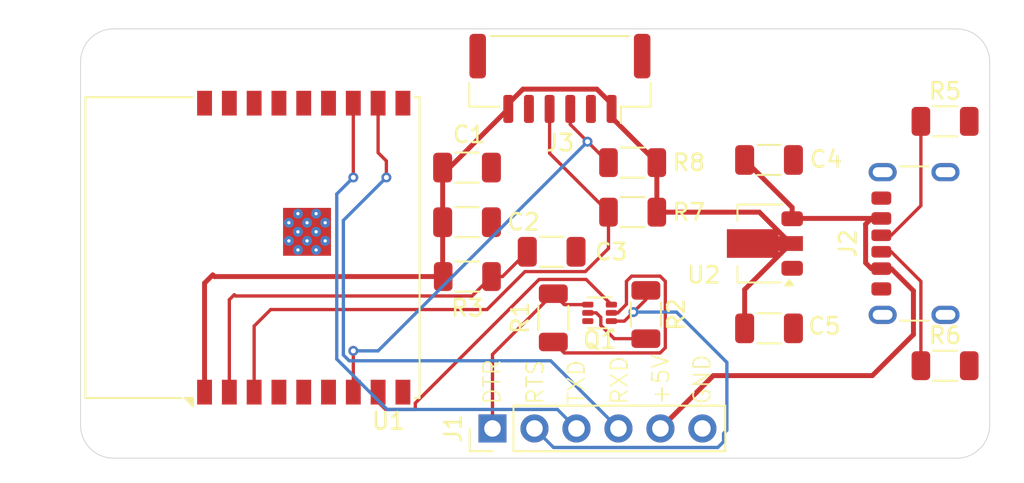
<source format=kicad_pcb>
(kicad_pcb (version 20241229) (generator "pcbnew") (generator_version "9.0")
  (layers (0 "F.Cu" signal) (2 "B.Cu" signal) (13 "F.Paste" user) (15 "B.Paste" user) (5 "F.SilkS" user "F.Silkscreen") (7 "B.SilkS" user "B.Silkscreen") (1 "F.Mask" user) (3 "B.Mask" user) (25 "Edge.Cuts" user))
  (net 0 "")
  (net 1 "GND")
  (net 2 "+3.3V")
  (net 3 "/CHIP_PU")
  (net 4 "+5V")
  (net 5 "/RTS")
  (net 6 "/TXD")
  (net 7 "/RXD")
  (net 8 "/DTR")
  (net 9 "Net-(J2-CC1)")
  (net 10 "Net-(J2-CC2)")
  (net 11 "/SDA")
  (net 12 "/SCL")
  (net 13 "Net-(Q1A-B1)")
  (net 14 "Net-(Q1B-B2)")
  (net 15 "/GPIO9")
  (footprint "Package_TO_SOT_SMD:SOT-89-3" (layer "F.Cu") (at 131.1 73 180)
    (property "Reference" "U2" (at 3.4 -1.9 0) (layer "F.SilkS"))
    (property "Value" "AZ1117-3.3")
    (fp_line (start 1.36 2.36) (end -1.36 2.36) (stroke (width 0.12)) (layer "F.SilkS"))
    (fp_line (start 1.36 1.38) (end 1.36 2.36) (stroke (width 0.12)) (layer "F.SilkS"))
    (fp_line (start 1.36 -1.38) (end 1.36 -2.36) (stroke (width 0.12)) (layer "F.SilkS"))
    (fp_line (start -1.22 -2.36) (end 1.36 -2.36) (stroke (width 0.12)) (layer "F.SilkS"))
    (fp_poly (pts (xy -1.77 -2.21) (xy -2.01 -2.54) (xy -1.53 -2.54) (xy -1.77 -2.21)) (stroke (width 0.12)) (fill yes) (layer "F.SilkS"))
    (pad "1" smd roundrect (at -1.95 -1.5 180) (size 1.3 0.9) (layers "F.Cu" "F.Mask" "F.Paste") (net 1 "GND"))
    (pad "2" smd custom (at -1.8625 0 180) (size 1.475 0.9) (layers "F.Cu" "F.Mask" "F.Paste") (net 2 "+3.3V") (options (clearance outline) (anchor rect)) (primitives (gr_poly (pts (xy 3.8625 0.8665) (xy 0.7375 0.8665) (xy 0.7375 -0.8665) (xy 3.8625 -0.8665)) (width 0) (fill yes))))
    (pad "3" smd roundrect (at -1.95 1.5 180) (size 1.3 0.9) (layers "F.Cu" "F.Mask" "F.Paste") (net 4 "+5V"))
  )
  (footprint "Package_TO_SOT_SMD:SOT-563" (layer "F.Cu") (at 121.4 77.2 180)
    (property "Reference" "Q1" (at 0 -1.65 0) (layer "F.SilkS"))
    (property "Value" "GSBC847BV")
    (fp_line (start 0.71 0.935) (end -0.71 0.935) (stroke (width 0.12)) (layer "F.SilkS"))
    (fp_line (start -0.425568 -0.935) (end 0.71 -0.935) (stroke (width 0.12)) (layer "F.SilkS"))
    (fp_poly (pts (xy -0.72 -0.94) (xy -0.86 -1.13) (xy -0.58 -1.13)) (stroke (width 0.12)) (fill yes) (layer "F.SilkS"))
    (pad "1" smd roundrect (at -0.7125 -0.5 180) (size 0.675 0.35) (layers "F.Cu" "F.Mask" "F.Paste") (net 5 "/RTS"))
    (pad "2" smd roundrect (at -0.7125 0 180) (size 0.675 0.35) (layers "F.Cu" "F.Mask" "F.Paste") (net 13 "Net-(Q1A-B1)"))
    (pad "3" smd roundrect (at -0.7125 0.5 180) (size 0.675 0.35) (layers "F.Cu" "F.Mask" "F.Paste") (net 15 "/GPIO9"))
    (pad "4" smd roundrect (at 0.7125 0.5 180) (size 0.675 0.35) (layers "F.Cu" "F.Mask" "F.Paste") (net 8 "/DTR"))
    (pad "5" smd roundrect (at 0.7125 0 180) (size 0.675 0.35) (layers "F.Cu" "F.Mask" "F.Paste") (net 14 "Net-(Q1B-B2)"))
    (pad "6" smd roundrect (at 0.7125 -0.5 180) (size 0.675 0.35) (layers "F.Cu" "F.Mask" "F.Paste") (net 3 "/CHIP_PU"))
  )
  (footprint "RF_Module:ESP32-C3-WROOM-02" (layer "F.Cu") (at 103.5 73.25 90)
    (property "Reference" "U1" (at -10.5 5.13 0) (layer "F.SilkS"))
    (property "Value" "ESP32-C3-WROOM-02")
    (fp_line (start 9.11 -13.21) (end 9.11 -6.71) (stroke (width 0.12)) (layer "F.SilkS"))
    (fp_line (start -9.11 -13.21) (end 9.11 -13.21) (stroke (width 0.12)) (layer "F.SilkS"))
    (fp_line (start -9.11 -13.21) (end -9.11 -7.4) (stroke (width 0.12)) (layer "F.SilkS"))
    (fp_line (start 9.11 6.71) (end 9.11 7.01) (stroke (width 0.12)) (layer "F.SilkS"))
    (fp_line (start -9.11 6.71) (end -9.11 7.01) (stroke (width 0.12)) (layer "F.SilkS"))
    (fp_line (start -9.11 7.01) (end 9.11 7.01) (stroke (width 0.12)) (layer "F.SilkS"))
    (fp_poly (pts (xy -9.1 -6.7) (xy -9.6 -6.7) (xy -9.1 -7.2) (xy -9.1 -6.7)) (stroke (width 0.12)) (fill yes) (layer "F.SilkS"))
    (pad "1" smd rect (at -8.75 -6 90) (size 1.5 0.9) (layers "F.Cu" "F.Mask" "F.Paste") (net 2 "+3.3V"))
    (pad "2" smd rect (at -8.75 -4.5 90) (size 1.5 0.9) (layers "F.Cu" "F.Mask" "F.Paste") (net 3 "/CHIP_PU"))
    (pad "3" smd rect (at -8.75 -3 90) (size 1.5 0.9) (layers "F.Cu" "F.Mask" "F.Paste") (net 12 "/SCL"))
    (pad "4" smd rect (at -8.75 -1.5 90) (size 1.5 0.9) (layers "F.Cu" "F.Mask" "F.Paste"))
    (pad "5" smd rect (at -8.75 0 90) (size 1.5 0.9) (layers "F.Cu" "F.Mask" "F.Paste"))
    (pad "6" smd rect (at -8.75 1.5 90) (size 1.5 0.9) (layers "F.Cu" "F.Mask" "F.Paste"))
    (pad "7" smd rect (at -8.75 3 90) (size 1.5 0.9) (layers "F.Cu" "F.Mask" "F.Paste") (net 11 "/SDA"))
    (pad "8" smd rect (at -8.75 4.5 90) (size 1.5 0.9) (layers "F.Cu" "F.Mask" "F.Paste") (net 15 "/GPIO9"))
    (pad "9" smd rect (at -8.75 6 90) (size 1.5 0.9) (layers "F.Cu" "F.Mask" "F.Paste") (net 1 "GND"))
    (pad "10" smd rect (at 8.75 6 90) (size 1.5 0.9) (layers "F.Cu" "F.Mask" "F.Paste"))
    (pad "11" smd rect (at 8.75 4.5 90) (size 1.5 0.9) (layers "F.Cu" "F.Mask" "F.Paste") (net 7 "/RXD"))
    (pad "12" smd rect (at 8.75 3 90) (size 1.5 0.9) (layers "F.Cu" "F.Mask" "F.Paste") (net 6 "/TXD"))
    (pad "13" smd rect (at 8.75 1.5 90) (size 1.5 0.9) (layers "F.Cu" "F.Mask" "F.Paste"))
    (pad "14" smd rect (at 8.75 0 90) (size 1.5 0.9) (layers "F.Cu" "F.Mask" "F.Paste"))
    (pad "15" smd rect (at 8.75 -1.5 90) (size 1.5 0.9) (layers "F.Cu" "F.Mask" "F.Paste"))
    (pad "16" smd rect (at 8.75 -3 90) (size 1.5 0.9) (layers "F.Cu" "F.Mask" "F.Paste"))
    (pad "17" smd rect (at 8.75 -4.5 90) (size 1.5 0.9) (layers "F.Cu" "F.Mask" "F.Paste"))
    (pad "18" smd rect (at 8.75 -6 90) (size 1.5 0.9) (layers "F.Cu" "F.Mask" "F.Paste"))
    (pad "19" thru_hole circle (at -0.14 -0.35 90) (size 0.6 0.6) (drill 0.2) (property pad_prop_heatsink) (layers "*.Cu" "F.Mask") (net 1 "GND"))
    (pad "19" thru_hole circle (at -0.14 0.75 90) (size 0.6 0.6) (drill 0.2) (property pad_prop_heatsink) (layers "*.Cu" "F.Mask") (net 1 "GND"))
    (pad "19" thru_hole circle (at 0.41 -0.9 90) (size 0.6 0.6) (drill 0.2) (property pad_prop_heatsink) (layers "*.Cu" "F.Mask") (net 1 "GND"))
    (pad "19" thru_hole circle (at 0.41 0.2 90) (size 0.6 0.6) (drill 0.2) (property pad_prop_heatsink) (layers "*.Cu" "F.Mask") (net 1 "GND"))
    (pad "19" thru_hole circle (at 0.41 1.3 90) (size 0.6 0.6) (drill 0.2) (property pad_prop_heatsink) (layers "*.Cu" "F.Mask") (net 1 "GND"))
    (pad "19" thru_hole circle (at 0.96 -0.35 90) (size 0.6 0.6) (drill 0.2) (property pad_prop_heatsink) (layers "*.Cu" "F.Mask") (net 1 "GND"))
    (pad "19" smd rect (at 0.96 0.2 90) (size 2.9 2.9) (property pad_prop_heatsink) (layers "F.Cu" "F.Mask") (net 1 "GND"))
    (pad "19" thru_hole circle (at 0.96 0.75 90) (size 0.6 0.6) (drill 0.2) (property pad_prop_heatsink) (layers "*.Cu" "F.Mask") (net 1 "GND"))
    (pad "19" thru_hole circle (at 1.51 -0.9 90) (size 0.6 0.6) (drill 0.2) (property pad_prop_heatsink) (layers "*.Cu" "F.Mask") (net 1 "GND"))
    (pad "19" thru_hole circle (at 1.51 0.2 90) (size 0.6 0.6) (drill 0.2) (property pad_prop_heatsink) (layers "*.Cu" "F.Mask") (net 1 "GND"))
    (pad "19" thru_hole circle (at 1.51 1.3 90) (size 0.6 0.6) (drill 0.2) (property pad_prop_heatsink) (layers "*.Cu" "F.Mask") (net 1 "GND"))
    (pad "19" thru_hole circle (at 2.06 -0.35 90) (size 0.6 0.6) (drill 0.2) (property pad_prop_heatsink) (layers "*.Cu" "F.Mask") (net 1 "GND"))
    (pad "19" thru_hole circle (at 2.06 0.75 90) (size 0.6 0.6) (drill 0.2) (property pad_prop_heatsink) (layers "*.Cu" "F.Mask") (net 1 "GND"))
  )
  (footprint "Resistor_SMD:R_1206_3216Metric" (layer "F.Cu") (at 113.4 75)
    (property "Reference" "R3" (at 0 1.9 0) (layer "F.SilkS"))
    (property "Value" "10k")
    (fp_line (start -0.727064 -0.91) (end 0.727064 -0.91) (stroke (width 0.12)) (layer "F.SilkS"))
    (fp_line (start -0.727064 0.91) (end 0.727064 0.91) (stroke (width 0.12)) (layer "F.SilkS"))
    (pad "1" smd roundrect (at -1.4625 0) (size 1.125 1.75) (layers "F.Cu" "F.Mask" "F.Paste") (roundrect_rratio 0.222222) (net 2 "+3.3V"))
    (pad "2" smd roundrect (at 1.4625 0) (size 1.125 1.75) (layers "F.Cu" "F.Mask" "F.Paste") (roundrect_rratio 0.222222) (net 3 "/CHIP_PU"))
  )
  (footprint "Resistor_SMD:R_1206_3216Metric" (layer "F.Cu") (at 118.6 77.5 -90)
    (property "Reference" "R1" (at 0 2 90) (layer "F.SilkS"))
    (property "Value" "10k")
    (fp_line (start -0.727064 0.91) (end 0.727064 0.91) (stroke (width 0.12)) (layer "F.SilkS"))
    (fp_line (start -0.727064 -0.91) (end 0.727064 -0.91) (stroke (width 0.12)) (layer "F.SilkS"))
    (pad "1" smd roundrect (at -1.4625 0 270) (size 1.125 1.75) (layers "F.Cu" "F.Mask" "F.Paste") (roundrect_rratio 0.222222) (net 8 "/DTR"))
    (pad "2" smd roundrect (at 1.4625 0 270) (size 1.125 1.75) (layers "F.Cu" "F.Mask" "F.Paste") (roundrect_rratio 0.222222) (net 13 "Net-(Q1A-B1)"))
  )
  (footprint "Capacitor_SMD:C_1206_3216Metric" (layer "F.Cu") (at 113.38 71.71)
    (property "Reference" "C2" (at 3.42 -0.01 0) (layer "F.SilkS"))
    (property "Value" "10uf")
    (fp_line (start -0.711252 -0.91) (end 0.711252 -0.91) (stroke (width 0.12)) (layer "F.SilkS"))
    (fp_line (start -0.711252 0.91) (end 0.711252 0.91) (stroke (width 0.12)) (layer "F.SilkS"))
    (pad "1" smd roundrect (at -1.475 0) (size 1.15 1.8) (layers "F.Cu" "F.Mask" "F.Paste") (roundrect_rratio 0.217391) (net 2 "+3.3V"))
    (pad "2" smd roundrect (at 1.475 0) (size 1.15 1.8) (layers "F.Cu" "F.Mask" "F.Paste") (roundrect_rratio 0.217391) (net 1 "GND"))
  )
  (footprint "Capacitor_SMD:C_1206_3216Metric" (layer "F.Cu") (at 131.65 67.9375)
    (property "Reference" "C4" (at 3.45 -0.0375 0) (layer "F.SilkS"))
    (property "Value" "10uf")
    (fp_line (start -0.711252 -0.91) (end 0.711252 -0.91) (stroke (width 0.12)) (layer "F.SilkS"))
    (fp_line (start -0.711252 0.91) (end 0.711252 0.91) (stroke (width 0.12)) (layer "F.SilkS"))
    (pad "1" smd roundrect (at -1.475 0) (size 1.15 1.8) (layers "F.Cu" "F.Mask" "F.Paste") (roundrect_rratio 0.217391) (net 4 "+5V"))
    (pad "2" smd roundrect (at 1.475 0) (size 1.15 1.8) (layers "F.Cu" "F.Mask" "F.Paste") (roundrect_rratio 0.217391) (net 1 "GND"))
  )
  (footprint "Connector_USB:USB_C_Receptacle_GCT_USB4125-xx-x_6P_TopMnt_Horizontal" (layer "F.Cu") (at 141.525 73 90)
    (property "Reference" "J2" (at 0 -5.1 90) (layer "F.SilkS"))
    (property "Value" "USB_C_Receptacle_PowerOnly_6P")
    (fp_line (start 4.67 -0.25) (end 4.67 -1.95) (stroke (width 0.12)) (layer "F.SilkS"))
    (fp_line (start -4.67 -0.25) (end -4.67 -1.95) (stroke (width 0.12)) (layer "F.SilkS"))
    (pad "A5" smd roundrect (at -0.5 -3.08 90) (size 0.7 1.2) (layers "F.Cu" "F.Mask" "F.Paste") (net 9 "Net-(J2-CC1)"))
    (pad "A9" smd roundrect (at 1.52 -3.08 270) (size 0.76 1.2) (layers "F.Cu" "F.Mask" "F.Paste") (net 4 "+5V"))
    (pad "A12" smd roundrect (at 2.75 -3.08 270) (size 0.8 1.2) (layers "F.Cu" "F.Mask" "F.Paste") (net 1 "GND"))
    (pad "B5" smd roundrect (at 0.5 -3.08 270) (size 0.7 1.2) (layers "F.Cu" "F.Mask" "F.Paste") (net 10 "Net-(J2-CC2)"))
    (pad "B9" smd roundrect (at -1.52 -3.08 90) (size 0.76 1.2) (layers "F.Cu" "F.Mask" "F.Paste") (net 4 "+5V"))
    (pad "B12" smd roundrect (at -2.75 -3.08 90) (size 0.8 1.2) (layers "F.Cu" "F.Mask" "F.Paste") (net 1 "GND"))
    (pad "S1" thru_hole oval (at -4.32 -3 90) (size 1.1 1.7) (drill oval 0.6 1.2) (property pad_prop_heatsink) (layers "*.Cu" "*.Mask" "F.Paste") (net 1 "GND"))
    (pad "S1" thru_hole oval (at -4.32 0.8 90) (size 1.1 1.7) (drill oval 0.6 1.2) (property pad_prop_heatsink) (layers "*.Cu" "*.Mask" "F.Paste") (net 1 "GND"))
    (pad "S1" thru_hole oval (at 4.32 -3 90) (size 1.1 1.7) (drill oval 0.6 1.2) (property pad_prop_heatsink) (layers "*.Cu" "*.Mask" "F.Paste") (net 1 "GND"))
    (pad "S1" thru_hole oval (at 4.32 0.8 90) (size 1.1 1.7) (drill oval 0.6 1.2) (property pad_prop_heatsink) (layers "*.Cu" "*.Mask" "F.Paste") (net 1 "GND"))
  )
  (footprint "Connector_PinHeader_2.54mm:PinHeader_1x06_P2.54mm_Vertical" (layer "F.Cu") (at 114.92 84.2 90)
    (property "Reference" "J1" (at 0 -2.38 90) (layer "F.SilkS"))
    (property "Value" "Program")
    (fp_line (start -1.38 -1.38) (end 0 -1.38) (stroke (width 0.12)) (layer "F.SilkS"))
    (fp_line (start -1.38 0) (end -1.38 -1.38) (stroke (width 0.12)) (layer "F.SilkS"))
    (fp_line (start 1.38 1.27) (end 1.38 14.08) (stroke (width 0.12)) (layer "F.SilkS"))
    (fp_line (start -1.38 1.27) (end 1.38 1.27) (stroke (width 0.12)) (layer "F.SilkS"))
    (fp_line (start -1.38 1.27) (end -1.38 14.08) (stroke (width 0.12)) (layer "F.SilkS"))
    (fp_line (start -1.38 14.08) (end 1.38 14.08) (stroke (width 0.12)) (layer "F.SilkS"))
    (pad "1" thru_hole rect (at 0 0 90) (size 1.7 1.7) (drill 1) (layers "*.Cu" "*.Mask") (net 8 "/DTR"))
    (pad "2" thru_hole circle (at 0 2.54 90) (size 1.7 1.7) (drill 1) (layers "*.Cu" "*.Mask") (net 5 "/RTS"))
    (pad "3" thru_hole circle (at 0 5.08 90) (size 1.7 1.7) (drill 1) (layers "*.Cu" "*.Mask") (net 6 "/TXD"))
    (pad "4" thru_hole circle (at 0 7.62 90) (size 1.7 1.7) (drill 1) (layers "*.Cu" "*.Mask") (net 7 "/RXD"))
    (pad "5" thru_hole circle (at 0 10.16 90) (size 1.7 1.7) (drill 1) (layers "*.Cu" "*.Mask") (net 4 "+5V"))
    (pad "6" thru_hole circle (at 0 12.7 90) (size 1.7 1.7) (drill 1) (layers "*.Cu" "*.Mask") (net 1 "GND"))
  )
  (footprint "Capacitor_SMD:C_1206_3216Metric" (layer "F.Cu") (at 131.65 78.1375)
    (property "Reference" "C5" (at 3.35 -0.1375 0) (layer "F.SilkS"))
    (property "Value" "22uf")
    (fp_line (start -0.711252 -0.91) (end 0.711252 -0.91) (stroke (width 0.12)) (layer "F.SilkS"))
    (fp_line (start -0.711252 0.91) (end 0.711252 0.91) (stroke (width 0.12)) (layer "F.SilkS"))
    (pad "1" smd roundrect (at -1.475 0) (size 1.15 1.8) (layers "F.Cu" "F.Mask" "F.Paste") (roundrect_rratio 0.217391) (net 2 "+3.3V"))
    (pad "2" smd roundrect (at 1.475 0) (size 1.15 1.8) (layers "F.Cu" "F.Mask" "F.Paste") (roundrect_rratio 0.217391) (net 1 "GND"))
  )
  (footprint "Resistor_SMD:R_1206_3216Metric" (layer "F.Cu") (at 142.3 65.6)
    (property "Reference" "R5" (at 0 -1.83 0) (layer "F.SilkS"))
    (property "Value" "5.1k")
    (fp_line (start -0.727064 -0.91) (end 0.727064 -0.91) (stroke (width 0.12)) (layer "F.SilkS"))
    (fp_line (start -0.727064 0.91) (end 0.727064 0.91) (stroke (width 0.12)) (layer "F.SilkS"))
    (pad "1" smd roundrect (at -1.4625 0) (size 1.125 1.75) (layers "F.Cu" "F.Mask" "F.Paste") (roundrect_rratio 0.222222) (net 10 "Net-(J2-CC2)"))
    (pad "2" smd roundrect (at 1.4625 0) (size 1.125 1.75) (layers "F.Cu" "F.Mask" "F.Paste") (roundrect_rratio 0.222222) (net 1 "GND"))
  )
  (footprint "Capacitor_SMD:C_1206_3216Metric" (layer "F.Cu") (at 113.38 68.4)
    (property "Reference" "C1" (at 0.12 -2 0) (layer "F.SilkS"))
    (property "Value" "0.1uF")
    (fp_line (start -0.711252 -0.91) (end 0.711252 -0.91) (stroke (width 0.12)) (layer "F.SilkS"))
    (fp_line (start -0.711252 0.91) (end 0.711252 0.91) (stroke (width 0.12)) (layer "F.SilkS"))
    (pad "1" smd roundrect (at -1.475 0) (size 1.15 1.8) (layers "F.Cu" "F.Mask" "F.Paste") (roundrect_rratio 0.217391) (net 2 "+3.3V"))
    (pad "2" smd roundrect (at 1.475 0) (size 1.15 1.8) (layers "F.Cu" "F.Mask" "F.Paste") (roundrect_rratio 0.217391) (net 1 "GND"))
  )
  (footprint "Resistor_SMD:R_1206_3216Metric" (layer "F.Cu") (at 123.4 71.1)
    (property "Reference" "R7" (at 3.4 0 0) (layer "F.SilkS"))
    (property "Value" "10k")
    (fp_line (start -0.727064 -0.91) (end 0.727064 -0.91) (stroke (width 0.12)) (layer "F.SilkS"))
    (fp_line (start -0.727064 0.91) (end 0.727064 0.91) (stroke (width 0.12)) (layer "F.SilkS"))
    (pad "1" smd roundrect (at -1.4625 0) (size 1.125 1.75) (layers "F.Cu" "F.Mask" "F.Paste") (roundrect_rratio 0.222222) (net 12 "/SCL"))
    (pad "2" smd roundrect (at 1.4625 0) (size 1.125 1.75) (layers "F.Cu" "F.Mask" "F.Paste") (roundrect_rratio 0.222222) (net 2 "+3.3V"))
  )
  (footprint "Resistor_SMD:R_1206_3216Metric" (layer "F.Cu") (at 124.2 77.3 -90)
    (property "Reference" "R2" (at 0 -1.83 90) (layer "F.SilkS"))
    (property "Value" "10k")
    (fp_line (start -0.727064 0.91) (end 0.727064 0.91) (stroke (width 0.12)) (layer "F.SilkS"))
    (fp_line (start -0.727064 -0.91) (end 0.727064 -0.91) (stroke (width 0.12)) (layer "F.SilkS"))
    (pad "1" smd roundrect (at -1.4625 0 270) (size 1.125 1.75) (layers "F.Cu" "F.Mask" "F.Paste") (roundrect_rratio 0.222222) (net 5 "/RTS"))
    (pad "2" smd roundrect (at 1.4625 0 270) (size 1.125 1.75) (layers "F.Cu" "F.Mask" "F.Paste") (roundrect_rratio 0.222222) (net 14 "Net-(Q1B-B2)"))
  )
  (footprint "Connector_JST:JST_GH_SM06B-GHS-TB_1x06-1MP_P1.25mm_Horizontal" (layer "F.Cu") (at 119 63 180)
    (property "Reference" "J3" (at 0 -3.9 0) (layer "F.SilkS"))
    (property "Value" "SEN66")
    (fp_line (start 5.485 -0.26) (end 5.485 -1.71) (stroke (width 0.12)) (layer "F.SilkS"))
    (fp_line (start 5.485 -1.71) (end 3.685 -1.71) (stroke (width 0.12)) (layer "F.SilkS"))
    (fp_line (start -3.685 -1.71) (end -3.685 -2.7) (stroke (width 0.12)) (layer "F.SilkS"))
    (fp_line (start -4.215 2.56) (end 4.215 2.56) (stroke (width 0.12)) (layer "F.SilkS"))
    (fp_line (start -5.485 -0.26) (end -5.485 -1.71) (stroke (width 0.12)) (layer "F.SilkS"))
    (fp_line (start -5.485 -1.71) (end -3.685 -1.71) (stroke (width 0.12)) (layer "F.SilkS"))
    (pad "1" smd roundrect (at -3.125 -1.85 180) (size 0.6 1.7) (layers "F.Cu" "F.Mask" "F.Paste") (net 2 "+3.3V"))
    (pad "2" smd roundrect (at -1.875 -1.85 180) (size 0.6 1.7) (layers "F.Cu" "F.Mask" "F.Paste") (net 1 "GND"))
    (pad "3" smd roundrect (at -0.625 -1.85 180) (size 0.6 1.7) (layers "F.Cu" "F.Mask" "F.Paste") (net 11 "/SDA"))
    (pad "4" smd roundrect (at 0.625 -1.85 180) (size 0.6 1.7) (layers "F.Cu" "F.Mask" "F.Paste") (net 12 "/SCL"))
    (pad "5" smd roundrect (at 1.875 -1.85 180) (size 0.6 1.7) (layers "F.Cu" "F.Mask" "F.Paste") (net 1 "GND"))
    (pad "6" smd roundrect (at 3.125 -1.85 180) (size 0.6 1.7) (layers "F.Cu" "F.Mask" "F.Paste") (net 2 "+3.3V"))
    (pad "MP" smd roundrect (at -4.975 1.35 180) (size 1 2.7) (layers "F.Cu" "F.Mask" "F.Paste"))
    (pad "MP" smd roundrect (at 4.975 1.35 180) (size 1 2.7) (layers "F.Cu" "F.Mask" "F.Paste"))
  )
  (footprint "Resistor_SMD:R_1206_3216Metric" (layer "F.Cu") (at 142.3 80.4)
    (property "Reference" "R6" (at 0 -1.83 0) (layer "F.SilkS"))
    (property "Value" "5.1k")
    (fp_line (start -0.727064 -0.91) (end 0.727064 -0.91) (stroke (width 0.12)) (layer "F.SilkS"))
    (fp_line (start -0.727064 0.91) (end 0.727064 0.91) (stroke (width 0.12)) (layer "F.SilkS"))
    (pad "1" smd roundrect (at -1.4625 0) (size 1.125 1.75) (layers "F.Cu" "F.Mask" "F.Paste") (roundrect_rratio 0.222222) (net 9 "Net-(J2-CC1)"))
    (pad "2" smd roundrect (at 1.4625 0) (size 1.125 1.75) (layers "F.Cu" "F.Mask" "F.Paste") (roundrect_rratio 0.222222) (net 1 "GND"))
  )
  (footprint "Capacitor_SMD:C_1206_3216Metric" (layer "F.Cu") (at 118.5 73.5)
    (property "Reference" "C3" (at 3.6 0 0) (layer "F.SilkS"))
    (property "Value" "1uf")
    (fp_line (start -0.711252 -0.91) (end 0.711252 -0.91) (stroke (width 0.12)) (layer "F.SilkS"))
    (fp_line (start -0.711252 0.91) (end 0.711252 0.91) (stroke (width 0.12)) (layer "F.SilkS"))
    (pad "1" smd roundrect (at -1.475 0) (size 1.15 1.8) (layers "F.Cu" "F.Mask" "F.Paste") (roundrect_rratio 0.217391) (net 3 "/CHIP_PU"))
    (pad "2" smd roundrect (at 1.475 0) (size 1.15 1.8) (layers "F.Cu" "F.Mask" "F.Paste") (roundrect_rratio 0.217391) (net 1 "GND"))
  )
  (footprint "Resistor_SMD:R_1206_3216Metric" (layer "F.Cu") (at 123.4 68.1)
    (property "Reference" "R8" (at 3.4 0 0) (layer "F.SilkS"))
    (property "Value" "10k")
    (fp_line (start -0.727064 -0.91) (end 0.727064 -0.91) (stroke (width 0.12)) (layer "F.SilkS"))
    (fp_line (start -0.727064 0.91) (end 0.727064 0.91) (stroke (width 0.12)) (layer "F.SilkS"))
    (pad "1" smd roundrect (at -1.4625 0) (size 1.125 1.75) (layers "F.Cu" "F.Mask" "F.Paste") (roundrect_rratio 0.222222) (net 11 "/SDA"))
    (pad "2" smd roundrect (at 1.4625 0) (size 1.125 1.75) (layers "F.Cu" "F.Mask" "F.Paste") (roundrect_rratio 0.222222) (net 2 "+3.3V"))
  )
  (gr_line (start 92 86) (end 143 86) (stroke (width 0.05)) (layer "Edge.Cuts"))
  (gr_line (start 143 60) (end 92 60) (stroke (width 0.05)) (layer "Edge.Cuts"))
  (gr_line (start 90 84) (end 90 62) (stroke (width 0.05)) (layer "Edge.Cuts"))
  (gr_arc (start 90 62) (mid 90.585786 60.585786) (end 92 60) (stroke (width 0.05)) (layer "Edge.Cuts"))
  (gr_arc (start 92 86) (mid 90.585786 85.414214) (end 90 84) (stroke (width 0.05)) (layer "Edge.Cuts"))
  (gr_arc (start 143 60) (mid 144.414214 60.585786) (end 145 62) (stroke (width 0.05)) (layer "Edge.Cuts"))
  (gr_line (start 145 62) (end 145 84) (stroke (width 0.05)) (layer "Edge.Cuts"))
  (gr_arc (start 145 84) (mid 144.414214 85.414214) (end 143 86) (stroke (width 0.05)) (layer "Edge.Cuts"))
  (gr_text "RXD" (at 122.595 82.82 90) (layer "F.SilkS") (effects (font (size 1 1) (thickness 0.1)) (justify left)))
  (gr_text "+5V" (at 125.1 82.82 90) (layer "F.SilkS") (effects (font (size 1 1) (thickness 0.1)) (justify left)))
  (gr_text "TXD" (at 120 82.82 90) (layer "F.SilkS") (effects (font (size 1 1) (thickness 0.1)) (justify left)))
  (gr_text "DTR" (at 114.9 82.82 90) (layer "F.SilkS") (effects (font (size 1 1) (thickness 0.1)) (justify left)))
  (gr_text "RTS" (at 117.5 82.82 90) (layer "F.SilkS") (effects (font (size 1 1) (thickness 0.1)) (justify left)))
  (gr_text "GND" (at 127.6 82.82 90) (layer "F.SilkS") (effects (font (size 1 1) (thickness 0.1)) (justify left)))
  (segment (start 130.175 78.1375) (end 130.175 75.7875) (width 0.3) (layer "F.Cu") (net 2))
  (segment (start 124.8625 68.1) (end 122.125 65.3625) (width 0.3) (layer "F.Cu") (net 2))
  (segment (start 112.325 68.4) (end 111.905 68.4) (width 0.3) (layer "F.Cu") (net 2))
  (segment (start 111.9375 75) (end 98.1 75) (width 0.3) (layer "F.Cu") (net 2))
  (segment (start 124.8625 71.1) (end 124.8625 68.1) (width 0.3) (layer "F.Cu") (net 2))
  (segment (start 111.905 71.71) (end 111.905 74.9675) (width 0.3) (layer "F.Cu") (net 2))
  (segment (start 115.875 64.85) (end 112.325 68.4) (width 0.3) (layer "F.Cu") (net 2))
  (segment (start 98 74.9) (end 97.5 75.4) (width 0.3) (layer "F.Cu") (net 2))
  (segment (start 122.125 64.85) (end 122.125 64.537322) (width 0.3) (layer "F.Cu") (net 2))
  (segment (start 97.5 75.4) (end 97.5 82) (width 0.3) (layer "F.Cu") (net 2))
  (segment (start 115.875 64.537322) (end 115.875 64.85) (width 0.3) (layer "F.Cu") (net 2))
  (segment (start 121.236678 63.649) (end 116.763322 63.649) (width 0.3) (layer "F.Cu") (net 2))
  (segment (start 132.9625 73) (end 131.0625 71.1) (width 0.3) (layer "F.Cu") (net 2))
  (segment (start 111.905 74.9675) (end 111.9375 75) (width 0.3) (layer "F.Cu") (net 2))
  (segment (start 131.0625 71.1) (end 124.8625 71.1) (width 0.3) (layer "F.Cu") (net 2))
  (segment (start 98.1 75) (end 98 74.9) (width 0.3) (layer "F.Cu") (net 2))
  (segment (start 116.763322 63.649) (end 115.875 64.537322) (width 0.3) (layer "F.Cu") (net 2))
  (segment (start 122.125 65.3625) (end 122.125 64.85) (width 0.3) (layer "F.Cu") (net 2))
  (segment (start 111.905 68.4) (end 111.905 71.71) (width 0.3) (layer "F.Cu") (net 2))
  (segment (start 122.125 64.537322) (end 121.236678 63.649) (width 0.3) (layer "F.Cu") (net 2))
  (segment (start 130.175 75.7875) (end 132.9625 73) (width 0.3) (layer "F.Cu") (net 2))
  (segment (start 99.3 76.1) (end 99.376 76.176) (width 0.2) (layer "F.Cu") (net 3))
  (segment (start 99 82) (end 99 76.4) (width 0.2) (layer "F.Cu") (net 3))
  (segment (start 115.525 75) (end 114.8625 75) (width 0.2) (layer "F.Cu") (net 3))
  (segment (start 99.376 76.176) (end 113.6865 76.176) (width 0.2) (layer "F.Cu") (net 3))
  (segment (start 99 76.4) (end 99.3 76.1) (width 0.2) (layer "F.Cu") (net 3))
  (segment (start 117.025 73.5) (end 115.525 75) (width 0.2) (layer "F.Cu") (net 3))
  (segment (start 113.6865 76.176) (end 114.8625 75) (width 0.2) (layer "F.Cu") (net 3))
  (segment (start 137.845 74.52) (end 137.494 74.169) (width 0.3) (layer "F.Cu") (net 4))
  (segment (start 128.28 81) (end 137.9 81) (width 0.3) (layer "F.Cu") (net 4))
  (segment (start 140.3865 75.8615) (end 139.045 74.52) (width 0.3) (layer "F.Cu") (net 4))
  (segment (start 130.175 67.9375) (end 133.05 70.8125) (width 0.3) (layer "F.Cu") (net 4))
  (segment (start 139.045 74.52) (end 138.445 74.52) (width 0.3) (layer "F.Cu") (net 4))
  (segment (start 138.445 71.48) (end 133.07 71.48) (width 0.3) (layer "F.Cu") (net 4))
  (segment (start 137.845 71.48) (end 138.445 71.48) (width 0.3) (layer "F.Cu") (net 4))
  (segment (start 133.07 71.48) (end 133.05 71.5) (width 0.3) (layer "F.Cu") (net 4))
  (segment (start 133.05 70.8125) (end 133.05 71.5) (width 0.3) (layer "F.Cu") (net 4))
  (segment (start 125.08 84.2) (end 128.28 81) (width 0.3) (layer "F.Cu") (net 4))
  (segment (start 137.494 71.831) (end 137.845 71.48) (width 0.3) (layer "F.Cu") (net 4))
  (segment (start 140.3865 78.5135) (end 140.3865 75.8615) (width 0.3) (layer "F.Cu") (net 4))
  (segment (start 137.494 74.169) (end 137.494 71.831) (width 0.3) (layer "F.Cu") (net 4))
  (segment (start 137.9 81) (end 140.3865 78.5135) (width 0.3) (layer "F.Cu") (net 4))
  (segment (start 138.445 74.52) (end 137.845 74.52) (width 0.3) (layer "F.Cu") (net 4))
  (segment (start 122.1125 77.7) (end 122.9 77.7) (width 0.2) (layer "F.Cu") (net 5))
  (segment (start 124.2 76.4) (end 124.2 75.8375) (width 0.2) (layer "F.Cu") (net 5))
  (segment (start 123.45 77.15) (end 124.2 76.4) (width 0.2) (layer "F.Cu") (net 5))
  (segment (start 122.9 77.7) (end 123.45 77.15) (width 0.2) (layer "F.Cu") (net 5))
  (via (at 123.45 77.15) (size 0.6) (drill 0.3) (layers "F.Cu" "B.Cu") (net 5))
  (segment (start 123.45 77.15) (end 126.05 77.15) (width 0.2) (layer "B.Cu") (net 5))
  (segment (start 126.05 77.15) (end 129.1 80.2) (width 0.2) (layer "B.Cu") (net 5))
  (segment (start 128.9 84.5) (end 128.9 85) (width 0.2) (layer "B.Cu") (net 5))
  (segment (start 129.1 80.2) (end 129.1 84.3) (width 0.2) (layer "B.Cu") (net 5))
  (segment (start 118.611 85.351) (end 117.46 84.2) (width 0.2) (layer "B.Cu") (net 5))
  (segment (start 129.1 84.3) (end 128.9 84.5) (width 0.2) (layer "B.Cu") (net 5))
  (segment (start 128.549 85.351) (end 118.611 85.351) (width 0.2) (layer "B.Cu") (net 5))
  (segment (start 128.9 85) (end 128.549 85.351) (width 0.2) (layer "B.Cu") (net 5))
  (segment (start 106.5 69) (end 106.5 64.5) (width 0.2) (layer "F.Cu") (net 6))
  (via (at 106.5 69) (size 0.6) (drill 0.3) (layers "F.Cu" "B.Cu") (net 6))
  (segment (start 105.498 70.002) (end 106.5 69) (width 0.2) (layer "B.Cu") (net 6))
  (segment (start 108.549 83.049) (end 105.498 79.998) (width 0.2) (layer "B.Cu") (net 6))
  (segment (start 120 84.2) (end 118.849 83.049) (width 0.2) (layer "B.Cu") (net 6))
  (segment (start 118.849 83.049) (end 108.549 83.049) (width 0.2) (layer "B.Cu") (net 6))
  (segment (start 105.498 79.998) (end 105.498 70.002) (width 0.2) (layer "B.Cu") (net 6))
  (segment (start 108.5 69) (end 108.5 68) (width 0.2) (layer "F.Cu") (net 7))
  (segment (start 108 67.5) (end 108 64.5) (width 0.2) (layer "F.Cu") (net 7))
  (segment (start 108.5 68) (end 108 67.5) (width 0.2) (layer "F.Cu") (net 7))
  (via (at 108.5 69) (size 0.6) (drill 0.3) (layers "F.Cu" "B.Cu") (net 7))
  (segment (start 122.54 84.2) (end 118.441 80.101) (width 0.2) (layer "B.Cu") (net 7))
  (segment (start 105.899 71.601) (end 108.5 69) (width 0.2) (layer "B.Cu") (net 7))
  (segment (start 118.441 80.101) (end 106.251057 80.101) (width 0.2) (layer "B.Cu") (net 7))
  (segment (start 105.899 79.748943) (end 105.899 71.601) (width 0.2) (layer "B.Cu") (net 7))
  (segment (start 106.251057 80.101) (end 105.899 79.748943) (width 0.2) (layer "B.Cu") (net 7))
  (segment (start 120.6875 76.7) (end 119.2625 76.7) (width 0.2) (layer "F.Cu") (net 8))
  (segment (start 114.92 84.2) (end 114.92 79.7175) (width 0.2) (layer "F.Cu") (net 8))
  (segment (start 114.92 79.7175) (end 118.6 76.0375) (width 0.2) (layer "F.Cu") (net 8))
  (segment (start 119.2625 76.7) (end 118.6 76.0375) (width 0.2) (layer "F.Cu") (net 8))
  (segment (start 140.8375 80.4) (end 140.8375 75.2925) (width 0.2) (layer "F.Cu") (net 9))
  (segment (start 140.8375 75.2925) (end 139.045 73.5) (width 0.2) (layer "F.Cu") (net 9))
  (segment (start 139.045 73.5) (end 138.445 73.5) (width 0.2) (layer "F.Cu") (net 9))
  (segment (start 139.045 72.5) (end 138.445 72.5) (width 0.2) (layer "F.Cu") (net 10))
  (segment (start 140.8375 70.7075) (end 139.045 72.5) (width 0.2) (layer "F.Cu") (net 10))
  (segment (start 140.8375 65.6) (end 140.8375 70.7075) (width 0.2) (layer "F.Cu") (net 10))
  (segment (start 121.9375 68.1) (end 120.66875 66.83125) (width 0.2) (layer "F.Cu") (net 11))
  (segment (start 120.66875 66.83125) (end 119.625 65.7875) (width 0.2) (layer "F.Cu") (net 11))
  (segment (start 106.5 79.5) (end 106.5 82) (width 0.2) (layer "F.Cu") (net 11))
  (segment (start 119.625 65.7875) (end 119.625 64.85) (width 0.2) (layer "F.Cu") (net 11))
  (via (at 106.5 79.5) (size 0.6) (drill 0.3) (layers "F.Cu" "B.Cu") (net 11))
  (via (at 120.66875 66.83125) (size 0.6) (drill 0.3) (layers "F.Cu" "B.Cu") (net 11))
  (segment (start 108 79.5) (end 106.5 79.5) (width 0.2) (layer "B.Cu") (net 11))
  (segment (start 120.66875 66.83125) (end 108 79.5) (width 0.2) (layer "B.Cu") (net 11))
  (segment (start 120.53516 74.701) (end 116.88516 74.701) (width 0.2) (layer "F.Cu") (net 12))
  (segment (start 118.375 67.5375) (end 118.375 64.85) (width 0.2) (layer "F.Cu") (net 12))
  (segment (start 101.5 77) (end 100.5 78) (width 0.2) (layer "F.Cu") (net 12))
  (segment (start 121.9375 71.1) (end 121.9375 73.29866) (width 0.2) (layer "F.Cu") (net 12))
  (segment (start 116.88516 74.701) (end 114.58616 77) (width 0.2) (layer "F.Cu") (net 12))
  (segment (start 100.5 78) (end 100.5 82) (width 0.2) (layer "F.Cu") (net 12))
  (segment (start 121.9375 71.1) (end 118.375 67.5375) (width 0.2) (layer "F.Cu") (net 12))
  (segment (start 114.58616 77) (end 101.5 77) (width 0.2) (layer "F.Cu") (net 12))
  (segment (start 121.9375 73.29866) (end 120.53516 74.701) (width 0.2) (layer "F.Cu") (net 12))
  (segment (start 123.33984 74.974) (end 125.06016 74.974) (width 0.2) (layer "F.Cu") (net 13))
  (segment (start 123.024 75.28984) (end 123.33984 74.974) (width 0.2) (layer "F.Cu") (net 13))
  (segment (start 122.1125 77.2) (end 122.501848 77.2) (width 0.2) (layer "F.Cu") (net 13))
  (segment (start 125.06016 79.626) (end 119.2635 79.626) (width 0.2) (layer "F.Cu") (net 13))
  (segment (start 125.06016 74.974) (end 125.376 75.28984) (width 0.2) (layer "F.Cu") (net 13))
  (segment (start 122.501848 77.2) (end 123.024 76.677848) (width 0.2) (layer "F.Cu") (net 13))
  (segment (start 123.024 76.677848) (end 123.024 75.28984) (width 0.2) (layer "F.Cu") (net 13))
  (segment (start 119.2635 79.626) (end 118.6 78.9625) (width 0.2) (layer "F.Cu") (net 13))
  (segment (start 125.376 79.31016) (end 125.06016 79.626) (width 0.2) (layer "F.Cu") (net 13))
  (segment (start 125.376 75.28984) (end 125.376 79.31016) (width 0.2) (layer "F.Cu") (net 13))
  (segment (start 121.474 77.474) (end 121.474 77.950848) (width 0.2) (layer "F.Cu") (net 14))
  (segment (start 121.474 77.950848) (end 122.285652 78.7625) (width 0.2) (layer "F.Cu") (net 14))
  (segment (start 120.6875 77.2) (end 121.2 77.2) (width 0.2) (layer "F.Cu") (net 14))
  (segment (start 121.2 77.2) (end 121.474 77.474) (width 0.2) (layer "F.Cu") (net 14))
  (segment (start 122.285652 78.7625) (end 124.2 78.7625) (width 0.2) (layer "F.Cu") (net 14))
  (segment (start 110.251 82.66284) (end 110.251 83.051) (width 0.2) (layer "F.Cu") (net 15))
  (segment (start 120.5865 75.174) (end 117.73984 75.174) (width 0.2) (layer "F.Cu") (net 15))
  (segment (start 108 82.6) (end 108 82) (width 0.2) (layer "F.Cu") (net 15))
  (segment (start 117.73984 75.174) (end 110.251 82.66284) (width 0.2) (layer "F.Cu") (net 15))
  (segment (start 108.451 83.051) (end 108 82.6) (width 0.2) (layer "F.Cu") (net 15))
  (segment (start 110.251 83.051) (end 108.451 83.051) (width 0.2) (layer "F.Cu") (net 15))
  (segment (start 122.1125 76.7) (end 120.5865 75.174) (width 0.2) (layer "F.Cu") (net 15))
)
</source>
